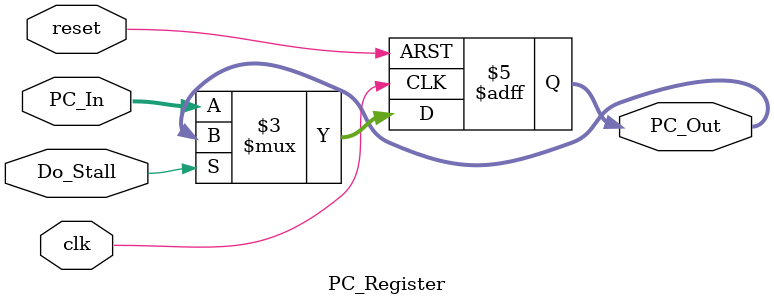
<source format=v>
`timescale 1ns / 1ps


module PC_Register(
input clk,reset,Do_Stall,
input [15:0] PC_In,
output reg [15:0] PC_Out
); 
  
always @(posedge clk, posedge reset) begin
    if (reset)
        PC_Out <= 16'h0000;
    else if (Do_Stall)
        PC_Out <= PC_Out;
    else
        PC_Out <= PC_In;
//$display("PC_Out: %d",PC_Out);
end           
endmodule
</source>
